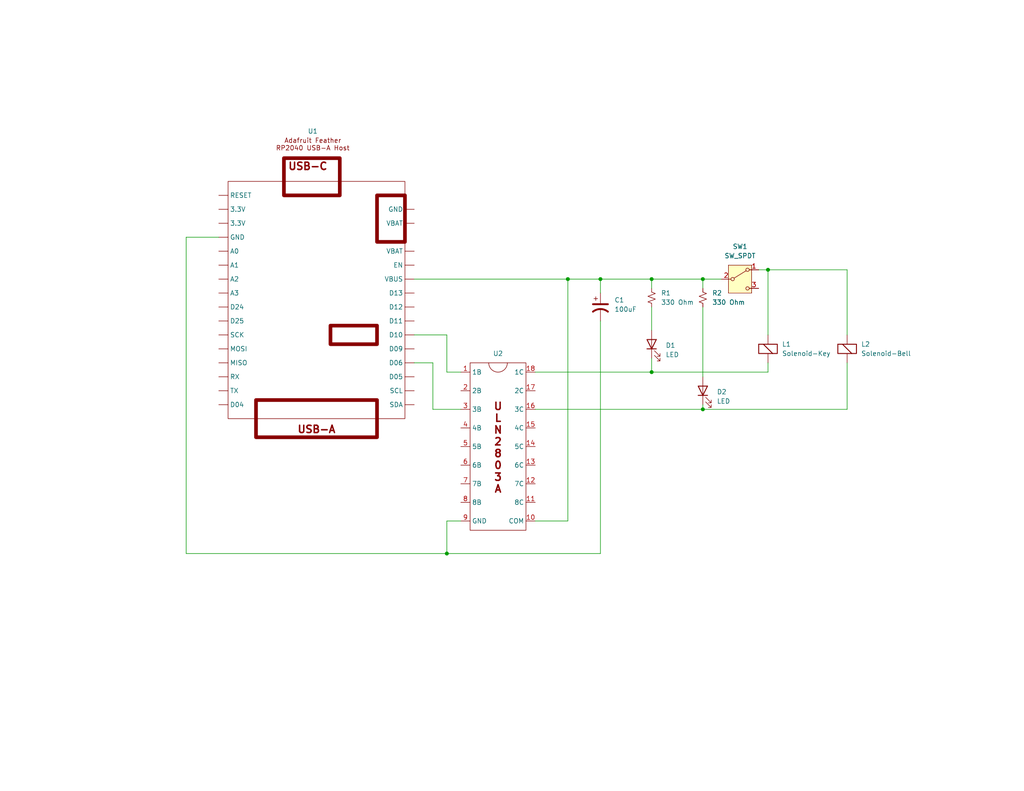
<source format=kicad_sch>
(kicad_sch (version 20250114) (generator "eeschema") (generator_version "9.0")
  (paper "USLetter")
  (title_block (title "mdoNotATypeWriter") (date "2025-08-15") (rev "Rev 1.0.0") (company "https://github.com/Mark-MDO47/mdoNotATypeWriter"))
  (lib_symbols
    (symbol "Device:C_Polarized_US" (pin_numbers (hide yes)) (pin_names (offset 0.254) (hide yes))
      (property "Reference" "C" (at 0.635 2.54 0))
      (property "Value" "C_Polarized_US" (at 0.635 -2.54 0))
      (symbol "C_Polarized_US_0_1"
        (polyline (pts (xy -2.032 0.762) (xy 2.032 0.762)) (stroke (width 0.508)))
        (polyline (pts (xy -1.778 2.286) (xy -0.762 2.286)))
        (polyline (pts (xy -1.27 1.778) (xy -1.27 2.794)))
        (arc (start -2.032 -1.27) (mid 0 -0.5572) (end 2.032 -1.27) (stroke (width 0.508)))
      )
      (symbol "C_Polarized_US_1_1"
        (pin passive line (at 0 3.81 270) (length 2.794) (name "~") (number "1"))
        (pin passive line (at 0 -3.81 90) (length 3.302) (name "~") (number "2"))
      )
    )
    (symbol "Device:ElectromagneticActor" (pin_numbers (hide yes)) (pin_names (offset 0.0254) (hide yes))
      (property "Reference" "L" (at 1.27 3.81 0))
      (property "Value" "ElectromagneticActor" (at 1.27 -1.27 0))
      (symbol "ElectromagneticActor_0_1"
        (rectangle (start -2.54 2.54) (end 2.54 0) (stroke (width 0.254)))
        (polyline (pts (xy -1.27 2.54) (xy 1.27 0)) (stroke (width 0.254)))
      )
      (symbol "ElectromagneticActor_1_1"
        (pin passive line (at 0 5.08 270) (length 2.54) (name "-") (number "1"))
        (pin passive line (at 0 -2.54 90) (length 2.54) (name "+") (number "2"))
      )
    )
    (symbol "Device:LED" (pin_numbers (hide yes)) (pin_names (offset 1.016) (hide yes))
      (property "Reference" "D" (at 0 2.54 0))
      (property "Value" "LED" (at 0 -2.54 0))
      (symbol "LED_0_1"
        (polyline (pts (xy -3.048 -0.762) (xy -4.572 -2.286) (xy -3.81 -2.286) (xy -4.572 -2.286) (xy -4.572 -1.524)))
        (polyline (pts (xy -1.778 -0.762) (xy -3.302 -2.286) (xy -2.54 -2.286) (xy -3.302 -2.286) (xy -3.302 -1.524)))
        (polyline (pts (xy -1.27 0) (xy 1.27 0)))
        (polyline (pts (xy -1.27 -1.27) (xy -1.27 1.27)) (stroke (width 0.254)))
        (polyline (pts (xy 1.27 -1.27) (xy 1.27 1.27) (xy -1.27 0) (xy 1.27 -1.27)) (stroke (width 0.254)))
      )
      (symbol "LED_1_1"
        (pin passive line (at -3.81 0 0) (length 2.54) (name "K") (number "1"))
        (pin passive line (at 3.81 0 180) (length 2.54) (name "A") (number "2"))
      )
    )
    (symbol "Device:R_Small_US" (pin_numbers (hide yes)) (pin_names (offset 0.254) (hide yes))
      (property "Reference" "R" (at 0.762 0.508 0))
      (property "Value" "R_Small_US" (at 0.762 -1.016 0))
      (symbol "R_Small_US_1_1"
        (polyline (pts (xy 0 1.524) (xy 1.016 1.143) (xy 0 0.762) (xy -1.016 0.381) (xy 0 0)))
        (polyline (pts (xy 0 0) (xy 1.016 -0.381) (xy 0 -0.762) (xy -1.016 -1.143) (xy 0 -1.524)))
        (pin passive line (at 0 2.54 270) (length 1.016) (name "~") (number "1"))
        (pin passive line (at 0 -2.54 90) (length 1.016) (name "~") (number "2"))
      )
    )
    (symbol "FeatherRP2040_USBHost_1"
      (property "Reference" "U" (at -0.762 -3.048 0))
      (symbol "FeatherRP2040_USBHost_1_0_1"
        (rectangle (start -22.86 -16.51) (end 25.4 -81.28))
      )
      (symbol "FeatherRP2040_USBHost_1_1_1"
        (rectangle (start 5.08 -55.88) (end 17.78 -60.96) (stroke (width 1)))
        (rectangle (start 17.78 -20.32) (end 25.4 -33.02) (stroke (width 1)))
        (text "Adafruit Feather\nRP2040 USB-A Host" (at 0.254 -6.35 0) (effects (font (size 1.27 1.27))))
        (text_box "USB-A" (at -15.24 -76.2 0) (size 33.02 -10.16) (margins 1.016 1.016 1.016 1.016) (stroke (width 1)) (effects (font (size 2 2) (thickness 0.4) (bold yes)) (justify bottom)))
        (text_box "USB-C" (at -7.62 -10.16 0) (size 15.24 -10.16) (margins 1.016 1.016 1.016 1.016) (stroke (width 1)) (effects (font (size 2 2) (thickness 0.4) (bold yes)) (justify left top)))
        (pin input line (at -25.4 -20.32 0) (length 2.54) (name "RESET") (number ""))
        (pin power_out line (at -25.4 -24.13 0) (length 2.54) (name "3.3V") (number ""))
        (pin power_out line (at -25.4 -27.94 0) (length 2.54) (name "3.3V") (number ""))
        (pin power_out line (at -25.4 -31.75 0) (length 2.54) (name "GND") (number ""))
        (pin output line (at -25.4 -35.56 0) (length 2.54) (name "A0") (number ""))
        (pin output line (at -25.4 -39.37 0) (length 2.54) (name "A1") (number ""))
        (pin output line (at -25.4 -43.18 0) (length 2.54) (name "A2") (number ""))
        (pin output line (at -25.4 -46.99 0) (length 2.54) (name "A3") (number ""))
        (pin output line (at -25.4 -50.8 0) (length 2.54) (name "D24") (number ""))
        (pin output line (at -25.4 -54.61 0) (length 2.54) (name "D25") (number ""))
        (pin output line (at -25.4 -58.42 0) (length 2.54) (name "SCK") (number ""))
        (pin output line (at -25.4 -62.23 0) (length 2.54) (name "MOSI") (number ""))
        (pin output line (at -25.4 -66.04 0) (length 2.54) (name "MISO") (number ""))
        (pin input line (at -25.4 -69.85 0) (length 2.54) (name "RX") (number ""))
        (pin output line (at -25.4 -73.66 0) (length 2.54) (name "TX") (number ""))
        (pin output line (at -25.4 -77.47 0) (length 2.54) (name "D04") (number ""))
        (pin power_out line (at 27.94 -24.13 180) (length 2.54) (name "GND") (number ""))
        (pin power_out line (at 27.94 -27.94 180) (length 2.54) (name "VBAT") (number ""))
        (pin power_out line (at 27.94 -35.56 180) (length 2.54) (name "VBAT") (number ""))
        (pin input line (at 27.94 -39.37 180) (length 2.54) (name "EN") (number ""))
        (pin power_out line (at 27.94 -43.18 180) (length 2.54) (name "VBUS") (number ""))
        (pin output line (at 27.94 -46.99 180) (length 2.54) (name "D13") (number ""))
        (pin output line (at 27.94 -50.8 180) (length 2.54) (name "D12") (number ""))
        (pin input line (at 27.94 -54.61 180) (length 2.54) (name "D11") (number ""))
        (pin output line (at 27.94 -58.42 180) (length 2.54) (name "D10") (number ""))
        (pin output line (at 27.94 -62.23 180) (length 2.54) (name "D09") (number ""))
        (pin output line (at 27.94 -66.04 180) (length 2.54) (name "D06") (number ""))
        (pin output line (at 27.94 -69.85 180) (length 2.54) (name "D05") (number ""))
        (pin output line (at 27.94 -73.66 180) (length 2.54) (name "SCL") (number ""))
        (pin output line (at 27.94 -77.47 180) (length 2.54) (name "SDA") (number ""))
      )
    )
    (symbol "Switch:SW_SPDT" (pin_names (offset 0) (hide yes))
      (property "Reference" "SW" (at 0 5.08 0))
      (property "Value" "SW_SPDT" (at 0 -5.08 0))
      (symbol "SW_SPDT_0_1"
        (circle (center -2.032 0) (radius 0.4572))
        (polyline (pts (xy -1.651 0.254) (xy 1.651 2.286)))
        (circle (center 2.032 2.54) (radius 0.4572))
        (circle (center 2.032 -2.54) (radius 0.4572))
      )
      (symbol "SW_SPDT_1_1"
        (rectangle (start -3.175 3.81) (end 3.175 -3.81) (fill (type background)))
        (pin passive line (at -5.08 0 0) (length 2.54) (name "B") (number "2"))
        (pin passive line (at 5.08 2.54 180) (length 2.54) (name "A") (number "1"))
        (pin passive line (at 5.08 -2.54 180) (length 2.54) (name "C") (number "3"))
      )
    )
    (symbol "mdoLibrary:myULN2803A"
      (property "Reference" "U" (at 0 0 0))
      (symbol "myULN2803A_0_1"
        (rectangle (start -7.62 -5.08) (end 7.62 -50.8))
        (arc (start 2.54 -5.1025) (mid 0 -7.6201) (end -2.54 -5.1025))
      )
      (symbol "myULN2803A_1_1"
        (text "U\nL\nN\n2\n8\n0\n3\nA" (at 0 -28.194 0) (effects (font (size 2 2) (thickness 0.4) (bold yes))))
        (pin input line (at -10.16 -7.62 0) (length 2.54) (name "1B") (number "1"))
        (pin input line (at -10.16 -12.7 0) (length 2.54) (name "2B") (number "2"))
        (pin input line (at -10.16 -17.78 0) (length 2.54) (name "3B") (number "3"))
        (pin input line (at -10.16 -22.86 0) (length 2.54) (name "4B") (number "4"))
        (pin input line (at -10.16 -27.94 0) (length 2.54) (name "5B") (number "5"))
        (pin input line (at -10.16 -33.02 0) (length 2.54) (name "6B") (number "6"))
        (pin input line (at -10.16 -38.1 0) (length 2.54) (name "7B") (number "7"))
        (pin input line (at -10.16 -43.18 0) (length 2.54) (name "8B") (number "8"))
        (pin power_in line (at -10.16 -48.26 0) (length 2.54) (name "GND") (number "9"))
        (pin power_in line (at 10.16 -7.62 180) (length 2.54) (name "1C") (number "18"))
        (pin power_in line (at 10.16 -12.7 180) (length 2.54) (name "2C") (number "17"))
        (pin power_in line (at 10.16 -17.78 180) (length 2.54) (name "3C") (number "16"))
        (pin power_in line (at 10.16 -22.86 180) (length 2.54) (name "4C") (number "15"))
        (pin power_in line (at 10.16 -27.94 180) (length 2.54) (name "5C") (number "14"))
        (pin power_in line (at 10.16 -33.02 180) (length 2.54) (name "6C") (number "13"))
        (pin power_in line (at 10.16 -38.1 180) (length 2.54) (name "7C") (number "12"))
        (pin power_in line (at 10.16 -43.18 180) (length 2.54) (name "8C") (number "11"))
        (pin power_in line (at 10.16 -48.26 180) (length 2.54) (name "COM") (number "10"))
      )
    )
  )
  (junction (at 191.77 76.2))
  (junction (at 209.55 73.66))
  (junction (at 163.83 76.2))
  (junction (at 121.92 151.13))
  (junction (at 154.94 76.2))
  (junction (at 177.8 101.6))
  (junction (at 177.8 76.2))
  (junction (at 191.77 111.76))
  (wire (pts (xy 121.92 101.6) (xy 125.73 101.6)))
  (wire (pts (xy 177.8 76.2) (xy 177.8 78.74)))
  (wire (pts (xy 121.92 91.44) (xy 121.92 101.6)))
  (wire (pts (xy 146.05 111.76) (xy 191.77 111.76)))
  (wire (pts (xy 163.83 76.2) (xy 177.8 76.2)))
  (wire (pts (xy 118.11 111.76) (xy 125.73 111.76)))
  (wire (pts (xy 209.55 99.06) (xy 209.55 101.6)))
  (wire (pts (xy 177.8 101.6) (xy 209.55 101.6)))
  (wire (pts (xy 154.94 76.2) (xy 163.83 76.2)))
  (wire (pts (xy 146.05 101.6) (xy 177.8 101.6)))
  (wire (pts (xy 59.69 64.77) (xy 50.8 64.77)))
  (wire (pts (xy 113.03 99.06) (xy 118.11 99.06)))
  (wire (pts (xy 191.77 110.49) (xy 191.77 111.76)))
  (wire (pts (xy 191.77 111.76) (xy 231.14 111.76)))
  (wire (pts (xy 191.77 83.82) (xy 191.77 102.87)))
  (wire (pts (xy 50.8 64.77) (xy 50.8 151.13)))
  (wire (pts (xy 113.03 91.44) (xy 121.92 91.44)))
  (wire (pts (xy 163.83 76.2) (xy 163.83 80.01)))
  (wire (pts (xy 121.92 151.13) (xy 50.8 151.13)))
  (wire (pts (xy 177.8 76.2) (xy 191.77 76.2)))
  (wire (pts (xy 163.83 87.63) (xy 163.83 151.13)))
  (wire (pts (xy 177.8 83.82) (xy 177.8 90.17)))
  (wire (pts (xy 191.77 76.2) (xy 196.85 76.2)))
  (wire (pts (xy 121.92 151.13) (xy 163.83 151.13)))
  (wire (pts (xy 177.8 97.79) (xy 177.8 101.6)))
  (wire (pts (xy 207.01 73.66) (xy 209.55 73.66)))
  (wire (pts (xy 154.94 76.2) (xy 154.94 142.24)))
  (wire (pts (xy 231.14 73.66) (xy 231.14 91.44)))
  (wire (pts (xy 209.55 73.66) (xy 209.55 91.44)))
  (wire (pts (xy 209.55 73.66) (xy 231.14 73.66)))
  (wire (pts (xy 146.05 142.24) (xy 154.94 142.24)))
  (wire (pts (xy 191.77 76.2) (xy 191.77 78.74)))
  (wire (pts (xy 121.92 142.24) (xy 125.73 142.24)))
  (wire (pts (xy 113.03 76.2) (xy 154.94 76.2)))
  (wire (pts (xy 118.11 99.06) (xy 118.11 111.76)))
  (wire (pts (xy 121.92 142.24) (xy 121.92 151.13)))
  (wire (pts (xy 231.14 99.06) (xy 231.14 111.76)))
  (symbol (lib_id "Device:LED") (at 177.8 93.98 90) (unit 1)
    (property "Reference" "D1" (at 181.61 94.2974 90) (effects (justify right)))
    (property "Value" "LED" (at 181.61 96.8374 90) (effects (justify right)))
    (property "Description" "Light emitting diode" (effects (hide yes)))
    (property "Sim.Pins" "1=K 2=A" (effects (hide yes)))
  )
  (symbol (lib_id "Device:R_Small_US") (at 191.77 81.28 0) (unit 1)
    (property "Reference" "R2" (at 194.31 80.0099 0) (effects (justify left)))
    (property "Value" "330 Ohm" (at 194.31 82.5499 0) (effects (justify left)))
    (property "Description" "Resistor, small US symbol" (effects (hide yes)))
  )
  (symbol (lib_id "Device:LED") (at 191.77 106.68 90) (unit 1)
    (property "Reference" "D2" (at 195.58 106.9974 90) (effects (justify right)))
    (property "Value" "LED" (at 195.58 109.5374 90) (effects (justify right)))
    (property "Description" "Light emitting diode" (effects (hide yes)))
    (property "Sim.Pins" "1=K 2=A" (effects (hide yes)))
  )
  (symbol (lib_id "mdoLibrary:myULN2803A") (at 135.89 93.98 0) (unit 1)
    (property "Reference" "U2" (at 135.89 96.52 0))
  )
  (symbol (lib_id "Switch:SW_SPDT") (at 201.93 76.2 0) (unit 1)
    (property "Reference" "SW1" (at 201.93 67.31 0))
    (property "Value" "SW_SPDT" (at 201.93 69.85 0))
    (property "Description" "Switch, single pole double throw" (effects (hide yes)))
  )
  (symbol (lib_name "FeatherRP2040_USBHost_1") (lib_id "mdoLibrary:FeatherRP2040_USBHost") (at 85.09 33.02 0) (unit 1)
    (property "Reference" "U1" (at 85.344 35.814 0))
  )
  (symbol (lib_id "Device:ElectromagneticActor") (at 209.55 96.52 0) (unit 1)
    (property "Reference" "L1" (at 213.36 93.9799 0) (effects (justify left)))
    (property "Value" "Solenoid-Key" (at 213.36 96.5199 0) (effects (justify left)))
    (property "Description" "Electromagnetic actor" (effects (hide yes)))
  )
  (symbol (lib_id "Device:ElectromagneticActor") (at 231.14 96.52 0) (unit 1)
    (property "Reference" "L2" (at 234.95 93.9799 0) (effects (justify left)))
    (property "Value" "Solenoid-Bell" (at 234.95 96.5199 0) (effects (justify left)))
    (property "Description" "Electromagnetic actor" (effects (hide yes)))
  )
  (symbol (lib_id "Device:C_Polarized_US") (at 163.83 83.82 0) (unit 1)
    (property "Reference" "C1" (at 167.64 81.9149 0) (effects (justify left)))
    (property "Value" "100uF" (at 167.64 84.4549 0) (effects (justify left)))
    (property "Description" "Polarized capacitor, US symbol" (effects (hide yes)))
  )
  (symbol (lib_id "Device:R_Small_US") (at 177.8 81.28 0) (unit 1)
    (property "Reference" "R1" (at 180.34 80.0099 0) (effects (justify left)))
    (property "Value" "330 Ohm" (at 180.34 82.5499 0) (effects (justify left)))
    (property "Description" "Resistor, small US symbol" (effects (hide yes)))
  )
)
</source>
